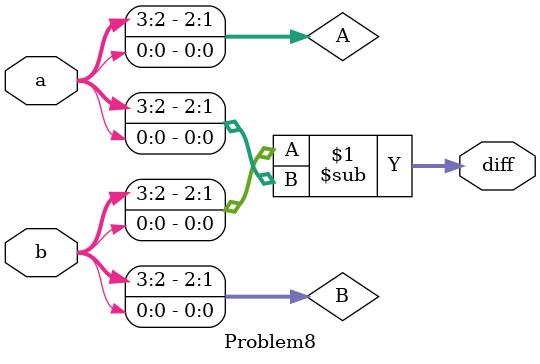
<source format=sv>
module Problem8(input [3:0] a, b, output [3:0] diff);
  struct packed {reg x, y, z;} A, B;
  initial begin
      A.x = a[3];
      A.y = a[2];
      A.z = a[1:0];
      B.x = b[3];
      B.y = b[2];
      B.z = b[1:0];
  end
  assign diff = B - A;
endmodule
</source>
